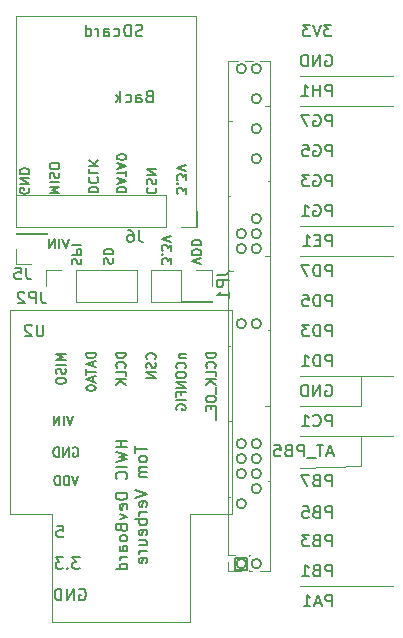
<source format=gbr>
G04 #@! TF.GenerationSoftware,KiCad,Pcbnew,(5.1.5-0)*
G04 #@! TF.CreationDate,2020-01-06T21:53:32-08:00*
G04 #@! TF.ProjectId,cisco_hwic_dev_board,63697363-6f5f-4687-9769-635f6465765f,rev?*
G04 #@! TF.SameCoordinates,Original*
G04 #@! TF.FileFunction,Legend,Bot*
G04 #@! TF.FilePolarity,Positive*
%FSLAX46Y46*%
G04 Gerber Fmt 4.6, Leading zero omitted, Abs format (unit mm)*
G04 Created by KiCad (PCBNEW (5.1.5-0)) date 2020-01-06 21:53:32*
%MOMM*%
%LPD*%
G04 APERTURE LIST*
%ADD10C,0.120000*%
%ADD11C,0.150000*%
G04 APERTURE END LIST*
D10*
X-526288000Y581025000D02*
X-534162000Y581025000D01*
X-526288000Y578485000D02*
X-534162000Y578485000D01*
X-526288000Y568325000D02*
X-534162000Y568325000D01*
X-526288000Y565785000D02*
X-534162000Y565785000D01*
X-528955000Y555625000D02*
X-534162000Y555625000D01*
X-528955000Y553085000D02*
X-534162000Y553085000D01*
X-528955000Y555625000D02*
X-528955000Y553085000D01*
X-526288000Y555625000D02*
X-528955000Y555625000D01*
X-528955000Y550545000D02*
X-534162000Y550545000D01*
X-528955000Y548005000D02*
X-534162000Y547878000D01*
X-528955000Y550545000D02*
X-528955000Y548005000D01*
X-526288000Y550545000D02*
X-528955000Y550545000D01*
X-526288000Y537845000D02*
X-534162000Y537845000D01*
D11*
X-531481357Y585382619D02*
X-532100404Y585382619D01*
X-531767071Y585001666D01*
X-531909928Y585001666D01*
X-532005166Y584954047D01*
X-532052785Y584906428D01*
X-532100404Y584811190D01*
X-532100404Y584573095D01*
X-532052785Y584477857D01*
X-532005166Y584430238D01*
X-531909928Y584382619D01*
X-531624214Y584382619D01*
X-531528976Y584430238D01*
X-531481357Y584477857D01*
X-532386119Y585382619D02*
X-532719452Y584382619D01*
X-533052785Y585382619D01*
X-533290880Y585382619D02*
X-533909928Y585382619D01*
X-533576595Y585001666D01*
X-533719452Y585001666D01*
X-533814690Y584954047D01*
X-533862309Y584906428D01*
X-533909928Y584811190D01*
X-533909928Y584573095D01*
X-533862309Y584477857D01*
X-533814690Y584430238D01*
X-533719452Y584382619D01*
X-533433738Y584382619D01*
X-533338500Y584430238D01*
X-533290880Y584477857D01*
X-531449595Y576762619D02*
X-531449595Y577762619D01*
X-531830547Y577762619D01*
X-531925785Y577715000D01*
X-531973404Y577667380D01*
X-532021023Y577572142D01*
X-532021023Y577429285D01*
X-531973404Y577334047D01*
X-531925785Y577286428D01*
X-531830547Y577238809D01*
X-531449595Y577238809D01*
X-532973404Y577715000D02*
X-532878166Y577762619D01*
X-532735309Y577762619D01*
X-532592452Y577715000D01*
X-532497214Y577619761D01*
X-532449595Y577524523D01*
X-532401976Y577334047D01*
X-532401976Y577191190D01*
X-532449595Y577000714D01*
X-532497214Y576905476D01*
X-532592452Y576810238D01*
X-532735309Y576762619D01*
X-532830547Y576762619D01*
X-532973404Y576810238D01*
X-533021023Y576857857D01*
X-533021023Y577191190D01*
X-532830547Y577191190D01*
X-533354357Y577762619D02*
X-534021023Y577762619D01*
X-533592452Y576762619D01*
X-531449595Y574222619D02*
X-531449595Y575222619D01*
X-531830547Y575222619D01*
X-531925785Y575175000D01*
X-531973404Y575127380D01*
X-532021023Y575032142D01*
X-532021023Y574889285D01*
X-531973404Y574794047D01*
X-531925785Y574746428D01*
X-531830547Y574698809D01*
X-531449595Y574698809D01*
X-532973404Y575175000D02*
X-532878166Y575222619D01*
X-532735309Y575222619D01*
X-532592452Y575175000D01*
X-532497214Y575079761D01*
X-532449595Y574984523D01*
X-532401976Y574794047D01*
X-532401976Y574651190D01*
X-532449595Y574460714D01*
X-532497214Y574365476D01*
X-532592452Y574270238D01*
X-532735309Y574222619D01*
X-532830547Y574222619D01*
X-532973404Y574270238D01*
X-533021023Y574317857D01*
X-533021023Y574651190D01*
X-532830547Y574651190D01*
X-533925785Y575222619D02*
X-533449595Y575222619D01*
X-533401976Y574746428D01*
X-533449595Y574794047D01*
X-533544833Y574841666D01*
X-533782928Y574841666D01*
X-533878166Y574794047D01*
X-533925785Y574746428D01*
X-533973404Y574651190D01*
X-533973404Y574413095D01*
X-533925785Y574317857D01*
X-533878166Y574270238D01*
X-533782928Y574222619D01*
X-533544833Y574222619D01*
X-533449595Y574270238D01*
X-533401976Y574317857D01*
X-531449595Y571682619D02*
X-531449595Y572682619D01*
X-531830547Y572682619D01*
X-531925785Y572635000D01*
X-531973404Y572587380D01*
X-532021023Y572492142D01*
X-532021023Y572349285D01*
X-531973404Y572254047D01*
X-531925785Y572206428D01*
X-531830547Y572158809D01*
X-531449595Y572158809D01*
X-532973404Y572635000D02*
X-532878166Y572682619D01*
X-532735309Y572682619D01*
X-532592452Y572635000D01*
X-532497214Y572539761D01*
X-532449595Y572444523D01*
X-532401976Y572254047D01*
X-532401976Y572111190D01*
X-532449595Y571920714D01*
X-532497214Y571825476D01*
X-532592452Y571730238D01*
X-532735309Y571682619D01*
X-532830547Y571682619D01*
X-532973404Y571730238D01*
X-533021023Y571777857D01*
X-533021023Y572111190D01*
X-532830547Y572111190D01*
X-533354357Y572682619D02*
X-533973404Y572682619D01*
X-533640071Y572301666D01*
X-533782928Y572301666D01*
X-533878166Y572254047D01*
X-533925785Y572206428D01*
X-533973404Y572111190D01*
X-533973404Y571873095D01*
X-533925785Y571777857D01*
X-533878166Y571730238D01*
X-533782928Y571682619D01*
X-533497214Y571682619D01*
X-533401976Y571730238D01*
X-533354357Y571777857D01*
X-531449595Y566602619D02*
X-531449595Y567602619D01*
X-531830547Y567602619D01*
X-531925785Y567555000D01*
X-531973404Y567507380D01*
X-532021023Y567412142D01*
X-532021023Y567269285D01*
X-531973404Y567174047D01*
X-531925785Y567126428D01*
X-531830547Y567078809D01*
X-531449595Y567078809D01*
X-532449595Y567126428D02*
X-532782928Y567126428D01*
X-532925785Y566602619D02*
X-532449595Y566602619D01*
X-532449595Y567602619D01*
X-532925785Y567602619D01*
X-533878166Y566602619D02*
X-533306738Y566602619D01*
X-533592452Y566602619D02*
X-533592452Y567602619D01*
X-533497214Y567459761D01*
X-533401976Y567364523D01*
X-533306738Y567316904D01*
X-531449595Y564062619D02*
X-531449595Y565062619D01*
X-531830547Y565062619D01*
X-531925785Y565015000D01*
X-531973404Y564967380D01*
X-532021023Y564872142D01*
X-532021023Y564729285D01*
X-531973404Y564634047D01*
X-531925785Y564586428D01*
X-531830547Y564538809D01*
X-531449595Y564538809D01*
X-532449595Y564062619D02*
X-532449595Y565062619D01*
X-532687690Y565062619D01*
X-532830547Y565015000D01*
X-532925785Y564919761D01*
X-532973404Y564824523D01*
X-533021023Y564634047D01*
X-533021023Y564491190D01*
X-532973404Y564300714D01*
X-532925785Y564205476D01*
X-532830547Y564110238D01*
X-532687690Y564062619D01*
X-532449595Y564062619D01*
X-533354357Y565062619D02*
X-534021023Y565062619D01*
X-533592452Y564062619D01*
X-531449595Y561522619D02*
X-531449595Y562522619D01*
X-531830547Y562522619D01*
X-531925785Y562475000D01*
X-531973404Y562427380D01*
X-532021023Y562332142D01*
X-532021023Y562189285D01*
X-531973404Y562094047D01*
X-531925785Y562046428D01*
X-531830547Y561998809D01*
X-531449595Y561998809D01*
X-532449595Y561522619D02*
X-532449595Y562522619D01*
X-532687690Y562522619D01*
X-532830547Y562475000D01*
X-532925785Y562379761D01*
X-532973404Y562284523D01*
X-533021023Y562094047D01*
X-533021023Y561951190D01*
X-532973404Y561760714D01*
X-532925785Y561665476D01*
X-532830547Y561570238D01*
X-532687690Y561522619D01*
X-532449595Y561522619D01*
X-533925785Y562522619D02*
X-533449595Y562522619D01*
X-533401976Y562046428D01*
X-533449595Y562094047D01*
X-533544833Y562141666D01*
X-533782928Y562141666D01*
X-533878166Y562094047D01*
X-533925785Y562046428D01*
X-533973404Y561951190D01*
X-533973404Y561713095D01*
X-533925785Y561617857D01*
X-533878166Y561570238D01*
X-533782928Y561522619D01*
X-533544833Y561522619D01*
X-533449595Y561570238D01*
X-533401976Y561617857D01*
X-531449595Y558982619D02*
X-531449595Y559982619D01*
X-531830547Y559982619D01*
X-531925785Y559935000D01*
X-531973404Y559887380D01*
X-532021023Y559792142D01*
X-532021023Y559649285D01*
X-531973404Y559554047D01*
X-531925785Y559506428D01*
X-531830547Y559458809D01*
X-531449595Y559458809D01*
X-532449595Y558982619D02*
X-532449595Y559982619D01*
X-532687690Y559982619D01*
X-532830547Y559935000D01*
X-532925785Y559839761D01*
X-532973404Y559744523D01*
X-533021023Y559554047D01*
X-533021023Y559411190D01*
X-532973404Y559220714D01*
X-532925785Y559125476D01*
X-532830547Y559030238D01*
X-532687690Y558982619D01*
X-532449595Y558982619D01*
X-533354357Y559982619D02*
X-533973404Y559982619D01*
X-533640071Y559601666D01*
X-533782928Y559601666D01*
X-533878166Y559554047D01*
X-533925785Y559506428D01*
X-533973404Y559411190D01*
X-533973404Y559173095D01*
X-533925785Y559077857D01*
X-533878166Y559030238D01*
X-533782928Y558982619D01*
X-533497214Y558982619D01*
X-533401976Y559030238D01*
X-533354357Y559077857D01*
X-531973404Y554855000D02*
X-531878166Y554902619D01*
X-531735309Y554902619D01*
X-531592452Y554855000D01*
X-531497214Y554759761D01*
X-531449595Y554664523D01*
X-531401976Y554474047D01*
X-531401976Y554331190D01*
X-531449595Y554140714D01*
X-531497214Y554045476D01*
X-531592452Y553950238D01*
X-531735309Y553902619D01*
X-531830547Y553902619D01*
X-531973404Y553950238D01*
X-532021023Y553997857D01*
X-532021023Y554331190D01*
X-531830547Y554331190D01*
X-532449595Y553902619D02*
X-532449595Y554902619D01*
X-533021023Y553902619D01*
X-533021023Y554902619D01*
X-533497214Y553902619D02*
X-533497214Y554902619D01*
X-533735309Y554902619D01*
X-533878166Y554855000D01*
X-533973404Y554759761D01*
X-534021023Y554664523D01*
X-534068642Y554474047D01*
X-534068642Y554331190D01*
X-534021023Y554140714D01*
X-533973404Y554045476D01*
X-533878166Y553950238D01*
X-533735309Y553902619D01*
X-533497214Y553902619D01*
X-531401976Y549108333D02*
X-531878166Y549108333D01*
X-531306738Y548822619D02*
X-531640071Y549822619D01*
X-531973404Y548822619D01*
X-532163880Y549822619D02*
X-532735309Y549822619D01*
X-532449595Y548822619D02*
X-532449595Y549822619D01*
X-532830547Y548727380D02*
X-533592452Y548727380D01*
X-533830547Y548822619D02*
X-533830547Y549822619D01*
X-534211500Y549822619D01*
X-534306738Y549775000D01*
X-534354357Y549727380D01*
X-534401976Y549632142D01*
X-534401976Y549489285D01*
X-534354357Y549394047D01*
X-534306738Y549346428D01*
X-534211500Y549298809D01*
X-533830547Y549298809D01*
X-535163880Y549346428D02*
X-535306738Y549298809D01*
X-535354357Y549251190D01*
X-535401976Y549155952D01*
X-535401976Y549013095D01*
X-535354357Y548917857D01*
X-535306738Y548870238D01*
X-535211500Y548822619D01*
X-534830547Y548822619D01*
X-534830547Y549822619D01*
X-535163880Y549822619D01*
X-535259119Y549775000D01*
X-535306738Y549727380D01*
X-535354357Y549632142D01*
X-535354357Y549536904D01*
X-535306738Y549441666D01*
X-535259119Y549394047D01*
X-535163880Y549346428D01*
X-534830547Y549346428D01*
X-536306738Y549822619D02*
X-535830547Y549822619D01*
X-535782928Y549346428D01*
X-535830547Y549394047D01*
X-535925785Y549441666D01*
X-536163880Y549441666D01*
X-536259119Y549394047D01*
X-536306738Y549346428D01*
X-536354357Y549251190D01*
X-536354357Y549013095D01*
X-536306738Y548917857D01*
X-536259119Y548870238D01*
X-536163880Y548822619D01*
X-535925785Y548822619D01*
X-535830547Y548870238D01*
X-535782928Y548917857D01*
X-531449595Y543615619D02*
X-531449595Y544615619D01*
X-531830547Y544615619D01*
X-531925785Y544568000D01*
X-531973404Y544520380D01*
X-532021023Y544425142D01*
X-532021023Y544282285D01*
X-531973404Y544187047D01*
X-531925785Y544139428D01*
X-531830547Y544091809D01*
X-531449595Y544091809D01*
X-532782928Y544139428D02*
X-532925785Y544091809D01*
X-532973404Y544044190D01*
X-533021023Y543948952D01*
X-533021023Y543806095D01*
X-532973404Y543710857D01*
X-532925785Y543663238D01*
X-532830547Y543615619D01*
X-532449595Y543615619D01*
X-532449595Y544615619D01*
X-532782928Y544615619D01*
X-532878166Y544568000D01*
X-532925785Y544520380D01*
X-532973404Y544425142D01*
X-532973404Y544329904D01*
X-532925785Y544234666D01*
X-532878166Y544187047D01*
X-532782928Y544139428D01*
X-532449595Y544139428D01*
X-533925785Y544615619D02*
X-533449595Y544615619D01*
X-533401976Y544139428D01*
X-533449595Y544187047D01*
X-533544833Y544234666D01*
X-533782928Y544234666D01*
X-533878166Y544187047D01*
X-533925785Y544139428D01*
X-533973404Y544044190D01*
X-533973404Y543806095D01*
X-533925785Y543710857D01*
X-533878166Y543663238D01*
X-533782928Y543615619D01*
X-533544833Y543615619D01*
X-533449595Y543663238D01*
X-533401976Y543710857D01*
X-531449595Y541202619D02*
X-531449595Y542202619D01*
X-531830547Y542202619D01*
X-531925785Y542155000D01*
X-531973404Y542107380D01*
X-532021023Y542012142D01*
X-532021023Y541869285D01*
X-531973404Y541774047D01*
X-531925785Y541726428D01*
X-531830547Y541678809D01*
X-531449595Y541678809D01*
X-532782928Y541726428D02*
X-532925785Y541678809D01*
X-532973404Y541631190D01*
X-533021023Y541535952D01*
X-533021023Y541393095D01*
X-532973404Y541297857D01*
X-532925785Y541250238D01*
X-532830547Y541202619D01*
X-532449595Y541202619D01*
X-532449595Y542202619D01*
X-532782928Y542202619D01*
X-532878166Y542155000D01*
X-532925785Y542107380D01*
X-532973404Y542012142D01*
X-532973404Y541916904D01*
X-532925785Y541821666D01*
X-532878166Y541774047D01*
X-532782928Y541726428D01*
X-532449595Y541726428D01*
X-533354357Y542202619D02*
X-533973404Y542202619D01*
X-533640071Y541821666D01*
X-533782928Y541821666D01*
X-533878166Y541774047D01*
X-533925785Y541726428D01*
X-533973404Y541631190D01*
X-533973404Y541393095D01*
X-533925785Y541297857D01*
X-533878166Y541250238D01*
X-533782928Y541202619D01*
X-533497214Y541202619D01*
X-533401976Y541250238D01*
X-533354357Y541297857D01*
X-531973404Y582795000D02*
X-531878166Y582842619D01*
X-531735309Y582842619D01*
X-531592452Y582795000D01*
X-531497214Y582699761D01*
X-531449595Y582604523D01*
X-531401976Y582414047D01*
X-531401976Y582271190D01*
X-531449595Y582080714D01*
X-531497214Y581985476D01*
X-531592452Y581890238D01*
X-531735309Y581842619D01*
X-531830547Y581842619D01*
X-531973404Y581890238D01*
X-532021023Y581937857D01*
X-532021023Y582271190D01*
X-531830547Y582271190D01*
X-532449595Y581842619D02*
X-532449595Y582842619D01*
X-533021023Y581842619D01*
X-533021023Y582842619D01*
X-533497214Y581842619D02*
X-533497214Y582842619D01*
X-533735309Y582842619D01*
X-533878166Y582795000D01*
X-533973404Y582699761D01*
X-534021023Y582604523D01*
X-534068642Y582414047D01*
X-534068642Y582271190D01*
X-534021023Y582080714D01*
X-533973404Y581985476D01*
X-533878166Y581890238D01*
X-533735309Y581842619D01*
X-533497214Y581842619D01*
X-531449595Y579302619D02*
X-531449595Y580302619D01*
X-531830547Y580302619D01*
X-531925785Y580255000D01*
X-531973404Y580207380D01*
X-532021023Y580112142D01*
X-532021023Y579969285D01*
X-531973404Y579874047D01*
X-531925785Y579826428D01*
X-531830547Y579778809D01*
X-531449595Y579778809D01*
X-532449595Y579302619D02*
X-532449595Y580302619D01*
X-532449595Y579826428D02*
X-533021023Y579826428D01*
X-533021023Y579302619D02*
X-533021023Y580302619D01*
X-534021023Y579302619D02*
X-533449595Y579302619D01*
X-533735309Y579302619D02*
X-533735309Y580302619D01*
X-533640071Y580159761D01*
X-533544833Y580064523D01*
X-533449595Y580016904D01*
X-531449595Y569142619D02*
X-531449595Y570142619D01*
X-531830547Y570142619D01*
X-531925785Y570095000D01*
X-531973404Y570047380D01*
X-532021023Y569952142D01*
X-532021023Y569809285D01*
X-531973404Y569714047D01*
X-531925785Y569666428D01*
X-531830547Y569618809D01*
X-531449595Y569618809D01*
X-532973404Y570095000D02*
X-532878166Y570142619D01*
X-532735309Y570142619D01*
X-532592452Y570095000D01*
X-532497214Y569999761D01*
X-532449595Y569904523D01*
X-532401976Y569714047D01*
X-532401976Y569571190D01*
X-532449595Y569380714D01*
X-532497214Y569285476D01*
X-532592452Y569190238D01*
X-532735309Y569142619D01*
X-532830547Y569142619D01*
X-532973404Y569190238D01*
X-533021023Y569237857D01*
X-533021023Y569571190D01*
X-532830547Y569571190D01*
X-533973404Y569142619D02*
X-533401976Y569142619D01*
X-533687690Y569142619D02*
X-533687690Y570142619D01*
X-533592452Y569999761D01*
X-533497214Y569904523D01*
X-533401976Y569856904D01*
X-531449595Y556442619D02*
X-531449595Y557442619D01*
X-531830547Y557442619D01*
X-531925785Y557395000D01*
X-531973404Y557347380D01*
X-532021023Y557252142D01*
X-532021023Y557109285D01*
X-531973404Y557014047D01*
X-531925785Y556966428D01*
X-531830547Y556918809D01*
X-531449595Y556918809D01*
X-532449595Y556442619D02*
X-532449595Y557442619D01*
X-532687690Y557442619D01*
X-532830547Y557395000D01*
X-532925785Y557299761D01*
X-532973404Y557204523D01*
X-533021023Y557014047D01*
X-533021023Y556871190D01*
X-532973404Y556680714D01*
X-532925785Y556585476D01*
X-532830547Y556490238D01*
X-532687690Y556442619D01*
X-532449595Y556442619D01*
X-533973404Y556442619D02*
X-533401976Y556442619D01*
X-533687690Y556442619D02*
X-533687690Y557442619D01*
X-533592452Y557299761D01*
X-533497214Y557204523D01*
X-533401976Y557156904D01*
X-531449595Y551362619D02*
X-531449595Y552362619D01*
X-531830547Y552362619D01*
X-531925785Y552315000D01*
X-531973404Y552267380D01*
X-532021023Y552172142D01*
X-532021023Y552029285D01*
X-531973404Y551934047D01*
X-531925785Y551886428D01*
X-531830547Y551838809D01*
X-531449595Y551838809D01*
X-533021023Y551457857D02*
X-532973404Y551410238D01*
X-532830547Y551362619D01*
X-532735309Y551362619D01*
X-532592452Y551410238D01*
X-532497214Y551505476D01*
X-532449595Y551600714D01*
X-532401976Y551791190D01*
X-532401976Y551934047D01*
X-532449595Y552124523D01*
X-532497214Y552219761D01*
X-532592452Y552315000D01*
X-532735309Y552362619D01*
X-532830547Y552362619D01*
X-532973404Y552315000D01*
X-533021023Y552267380D01*
X-533973404Y551362619D02*
X-533401976Y551362619D01*
X-533687690Y551362619D02*
X-533687690Y552362619D01*
X-533592452Y552219761D01*
X-533497214Y552124523D01*
X-533401976Y552076904D01*
X-531449595Y546282619D02*
X-531449595Y547282619D01*
X-531830547Y547282619D01*
X-531925785Y547235000D01*
X-531973404Y547187380D01*
X-532021023Y547092142D01*
X-532021023Y546949285D01*
X-531973404Y546854047D01*
X-531925785Y546806428D01*
X-531830547Y546758809D01*
X-531449595Y546758809D01*
X-532782928Y546806428D02*
X-532925785Y546758809D01*
X-532973404Y546711190D01*
X-533021023Y546615952D01*
X-533021023Y546473095D01*
X-532973404Y546377857D01*
X-532925785Y546330238D01*
X-532830547Y546282619D01*
X-532449595Y546282619D01*
X-532449595Y547282619D01*
X-532782928Y547282619D01*
X-532878166Y547235000D01*
X-532925785Y547187380D01*
X-532973404Y547092142D01*
X-532973404Y546996904D01*
X-532925785Y546901666D01*
X-532878166Y546854047D01*
X-532782928Y546806428D01*
X-532449595Y546806428D01*
X-533354357Y547282619D02*
X-534021023Y547282619D01*
X-533592452Y546282619D01*
X-531449595Y538662619D02*
X-531449595Y539662619D01*
X-531830547Y539662619D01*
X-531925785Y539615000D01*
X-531973404Y539567380D01*
X-532021023Y539472142D01*
X-532021023Y539329285D01*
X-531973404Y539234047D01*
X-531925785Y539186428D01*
X-531830547Y539138809D01*
X-531449595Y539138809D01*
X-532782928Y539186428D02*
X-532925785Y539138809D01*
X-532973404Y539091190D01*
X-533021023Y538995952D01*
X-533021023Y538853095D01*
X-532973404Y538757857D01*
X-532925785Y538710238D01*
X-532830547Y538662619D01*
X-532449595Y538662619D01*
X-532449595Y539662619D01*
X-532782928Y539662619D01*
X-532878166Y539615000D01*
X-532925785Y539567380D01*
X-532973404Y539472142D01*
X-532973404Y539376904D01*
X-532925785Y539281666D01*
X-532878166Y539234047D01*
X-532782928Y539186428D01*
X-532449595Y539186428D01*
X-533973404Y538662619D02*
X-533401976Y538662619D01*
X-533687690Y538662619D02*
X-533687690Y539662619D01*
X-533592452Y539519761D01*
X-533497214Y539424523D01*
X-533401976Y539376904D01*
X-531449595Y536122619D02*
X-531449595Y537122619D01*
X-531830547Y537122619D01*
X-531925785Y537075000D01*
X-531973404Y537027380D01*
X-532021023Y536932142D01*
X-532021023Y536789285D01*
X-531973404Y536694047D01*
X-531925785Y536646428D01*
X-531830547Y536598809D01*
X-531449595Y536598809D01*
X-532401976Y536408333D02*
X-532878166Y536408333D01*
X-532306738Y536122619D02*
X-532640071Y537122619D01*
X-532973404Y536122619D01*
X-533830547Y536122619D02*
X-533259119Y536122619D01*
X-533544833Y536122619D02*
X-533544833Y537122619D01*
X-533449595Y536979761D01*
X-533354357Y536884523D01*
X-533259119Y536836904D01*
X-553408809Y565092952D02*
X-553446904Y565207238D01*
X-553446904Y565397714D01*
X-553408809Y565473904D01*
X-553370714Y565512000D01*
X-553294523Y565550095D01*
X-553218333Y565550095D01*
X-553142142Y565512000D01*
X-553104047Y565473904D01*
X-553065952Y565397714D01*
X-553027857Y565245333D01*
X-552989761Y565169142D01*
X-552951666Y565131047D01*
X-552875476Y565092952D01*
X-552799285Y565092952D01*
X-552723095Y565131047D01*
X-552685000Y565169142D01*
X-552646904Y565245333D01*
X-552646904Y565435809D01*
X-552685000Y565550095D01*
X-553446904Y565892952D02*
X-552646904Y565892952D01*
X-552646904Y566197714D01*
X-552685000Y566273904D01*
X-552723095Y566312000D01*
X-552799285Y566350095D01*
X-552913571Y566350095D01*
X-552989761Y566312000D01*
X-553027857Y566273904D01*
X-553065952Y566197714D01*
X-553065952Y565892952D01*
X-553446904Y566692952D02*
X-552646904Y566692952D01*
X-545026904Y565112047D02*
X-545026904Y565607285D01*
X-545331666Y565340619D01*
X-545331666Y565454904D01*
X-545369761Y565531095D01*
X-545407857Y565569190D01*
X-545484047Y565607285D01*
X-545674523Y565607285D01*
X-545750714Y565569190D01*
X-545788809Y565531095D01*
X-545826904Y565454904D01*
X-545826904Y565226333D01*
X-545788809Y565150142D01*
X-545750714Y565112047D01*
X-545750714Y565950142D02*
X-545788809Y565988238D01*
X-545826904Y565950142D01*
X-545788809Y565912047D01*
X-545750714Y565950142D01*
X-545826904Y565950142D01*
X-545026904Y566254904D02*
X-545026904Y566750142D01*
X-545331666Y566483476D01*
X-545331666Y566597761D01*
X-545369761Y566673952D01*
X-545407857Y566712047D01*
X-545484047Y566750142D01*
X-545674523Y566750142D01*
X-545750714Y566712047D01*
X-545788809Y566673952D01*
X-545826904Y566597761D01*
X-545826904Y566369190D01*
X-545788809Y566293000D01*
X-545750714Y566254904D01*
X-545026904Y566978714D02*
X-545826904Y567245380D01*
X-545026904Y567512047D01*
X-542486904Y565099333D02*
X-543286904Y565366000D01*
X-542486904Y565632666D01*
X-543286904Y565899333D02*
X-542486904Y565899333D01*
X-542486904Y566089809D01*
X-542525000Y566204095D01*
X-542601190Y566280285D01*
X-542677380Y566318380D01*
X-542829761Y566356476D01*
X-542944047Y566356476D01*
X-543096428Y566318380D01*
X-543172619Y566280285D01*
X-543248809Y566204095D01*
X-543286904Y566089809D01*
X-543286904Y565899333D01*
X-543286904Y566699333D02*
X-542486904Y566699333D01*
X-542486904Y566889809D01*
X-542525000Y567004095D01*
X-542601190Y567080285D01*
X-542677380Y567118380D01*
X-542829761Y567156476D01*
X-542944047Y567156476D01*
X-543096428Y567118380D01*
X-543172619Y567080285D01*
X-543248809Y567004095D01*
X-543286904Y566889809D01*
X-543286904Y566699333D01*
X-553732809Y567239095D02*
X-553999476Y566439095D01*
X-554266142Y567239095D01*
X-554532809Y566439095D02*
X-554532809Y567239095D01*
X-554913761Y566439095D02*
X-554913761Y567239095D01*
X-555370904Y566439095D01*
X-555370904Y567239095D01*
X-552907333Y547173095D02*
X-553174000Y546373095D01*
X-553440666Y547173095D01*
X-553707333Y546373095D02*
X-553707333Y547173095D01*
X-553897809Y547173095D01*
X-554012095Y547135000D01*
X-554088285Y547058809D01*
X-554126380Y546982619D01*
X-554164476Y546830238D01*
X-554164476Y546715952D01*
X-554126380Y546563571D01*
X-554088285Y546487380D01*
X-554012095Y546411190D01*
X-553897809Y546373095D01*
X-553707333Y546373095D01*
X-554507333Y546373095D02*
X-554507333Y547173095D01*
X-554697809Y547173095D01*
X-554812095Y547135000D01*
X-554888285Y547058809D01*
X-554926380Y546982619D01*
X-554964476Y546830238D01*
X-554964476Y546715952D01*
X-554926380Y546563571D01*
X-554888285Y546487380D01*
X-554812095Y546411190D01*
X-554697809Y546373095D01*
X-554507333Y546373095D01*
X-553351809Y552253095D02*
X-553618476Y551453095D01*
X-553885142Y552253095D01*
X-554151809Y551453095D02*
X-554151809Y552253095D01*
X-554532761Y551453095D02*
X-554532761Y552253095D01*
X-554989904Y551453095D01*
X-554989904Y552253095D01*
X-553364476Y549548000D02*
X-553288285Y549586095D01*
X-553174000Y549586095D01*
X-553059714Y549548000D01*
X-552983523Y549471809D01*
X-552945428Y549395619D01*
X-552907333Y549243238D01*
X-552907333Y549128952D01*
X-552945428Y548976571D01*
X-552983523Y548900380D01*
X-553059714Y548824190D01*
X-553174000Y548786095D01*
X-553250190Y548786095D01*
X-553364476Y548824190D01*
X-553402571Y548862285D01*
X-553402571Y549128952D01*
X-553250190Y549128952D01*
X-553745428Y548786095D02*
X-553745428Y549586095D01*
X-554202571Y548786095D01*
X-554202571Y549586095D01*
X-554583523Y548786095D02*
X-554583523Y549586095D01*
X-554774000Y549586095D01*
X-554888285Y549548000D01*
X-554964476Y549471809D01*
X-555002571Y549395619D01*
X-555040666Y549243238D01*
X-555040666Y549128952D01*
X-555002571Y548976571D01*
X-554964476Y548900380D01*
X-554888285Y548824190D01*
X-554774000Y548786095D01*
X-554583523Y548786095D01*
X-546917714Y579318428D02*
X-547060571Y579270809D01*
X-547108190Y579223190D01*
X-547155809Y579127952D01*
X-547155809Y578985095D01*
X-547108190Y578889857D01*
X-547060571Y578842238D01*
X-546965333Y578794619D01*
X-546584380Y578794619D01*
X-546584380Y579794619D01*
X-546917714Y579794619D01*
X-547012952Y579747000D01*
X-547060571Y579699380D01*
X-547108190Y579604142D01*
X-547108190Y579508904D01*
X-547060571Y579413666D01*
X-547012952Y579366047D01*
X-546917714Y579318428D01*
X-546584380Y579318428D01*
X-548012952Y578794619D02*
X-548012952Y579318428D01*
X-547965333Y579413666D01*
X-547870095Y579461285D01*
X-547679619Y579461285D01*
X-547584380Y579413666D01*
X-548012952Y578842238D02*
X-547917714Y578794619D01*
X-547679619Y578794619D01*
X-547584380Y578842238D01*
X-547536761Y578937476D01*
X-547536761Y579032714D01*
X-547584380Y579127952D01*
X-547679619Y579175571D01*
X-547917714Y579175571D01*
X-548012952Y579223190D01*
X-548917714Y578842238D02*
X-548822476Y578794619D01*
X-548632000Y578794619D01*
X-548536761Y578842238D01*
X-548489142Y578889857D01*
X-548441523Y578985095D01*
X-548441523Y579270809D01*
X-548489142Y579366047D01*
X-548536761Y579413666D01*
X-548632000Y579461285D01*
X-548822476Y579461285D01*
X-548917714Y579413666D01*
X-549346285Y578794619D02*
X-549346285Y579794619D01*
X-549441523Y579175571D02*
X-549727238Y578794619D01*
X-549727238Y579461285D02*
X-549346285Y579080333D01*
X-541293095Y557586809D02*
X-542093095Y557586809D01*
X-542093095Y557396333D01*
X-542055000Y557282047D01*
X-541978809Y557205857D01*
X-541902619Y557167761D01*
X-541750238Y557129666D01*
X-541635952Y557129666D01*
X-541483571Y557167761D01*
X-541407380Y557205857D01*
X-541331190Y557282047D01*
X-541293095Y557396333D01*
X-541293095Y557586809D01*
X-541369285Y556329666D02*
X-541331190Y556367761D01*
X-541293095Y556482047D01*
X-541293095Y556558238D01*
X-541331190Y556672523D01*
X-541407380Y556748714D01*
X-541483571Y556786809D01*
X-541635952Y556824904D01*
X-541750238Y556824904D01*
X-541902619Y556786809D01*
X-541978809Y556748714D01*
X-542055000Y556672523D01*
X-542093095Y556558238D01*
X-542093095Y556482047D01*
X-542055000Y556367761D01*
X-542016904Y556329666D01*
X-541293095Y555605857D02*
X-541293095Y555986809D01*
X-542093095Y555986809D01*
X-541293095Y555339190D02*
X-542093095Y555339190D01*
X-541293095Y554882047D02*
X-541750238Y555224904D01*
X-542093095Y554882047D02*
X-541635952Y555339190D01*
X-541216904Y554729666D02*
X-541216904Y554120142D01*
X-542093095Y553777285D02*
X-542093095Y553624904D01*
X-542055000Y553548714D01*
X-541978809Y553472523D01*
X-541826428Y553434428D01*
X-541559761Y553434428D01*
X-541407380Y553472523D01*
X-541331190Y553548714D01*
X-541293095Y553624904D01*
X-541293095Y553777285D01*
X-541331190Y553853476D01*
X-541407380Y553929666D01*
X-541559761Y553967761D01*
X-541826428Y553967761D01*
X-541978809Y553929666D01*
X-542055000Y553853476D01*
X-542093095Y553777285D01*
X-541712142Y553091571D02*
X-541712142Y552824904D01*
X-541293095Y552710619D02*
X-541293095Y553091571D01*
X-542093095Y553091571D01*
X-542093095Y552710619D01*
X-541216904Y552558238D02*
X-541216904Y551948714D01*
X-544366428Y557459857D02*
X-543833095Y557459857D01*
X-544290238Y557459857D02*
X-544328333Y557421761D01*
X-544366428Y557345571D01*
X-544366428Y557231285D01*
X-544328333Y557155095D01*
X-544252142Y557117000D01*
X-543833095Y557117000D01*
X-543909285Y556278904D02*
X-543871190Y556317000D01*
X-543833095Y556431285D01*
X-543833095Y556507476D01*
X-543871190Y556621761D01*
X-543947380Y556697952D01*
X-544023571Y556736047D01*
X-544175952Y556774142D01*
X-544290238Y556774142D01*
X-544442619Y556736047D01*
X-544518809Y556697952D01*
X-544595000Y556621761D01*
X-544633095Y556507476D01*
X-544633095Y556431285D01*
X-544595000Y556317000D01*
X-544556904Y556278904D01*
X-544633095Y555783666D02*
X-544633095Y555631285D01*
X-544595000Y555555095D01*
X-544518809Y555478904D01*
X-544366428Y555440809D01*
X-544099761Y555440809D01*
X-543947380Y555478904D01*
X-543871190Y555555095D01*
X-543833095Y555631285D01*
X-543833095Y555783666D01*
X-543871190Y555859857D01*
X-543947380Y555936047D01*
X-544099761Y555974142D01*
X-544366428Y555974142D01*
X-544518809Y555936047D01*
X-544595000Y555859857D01*
X-544633095Y555783666D01*
X-543833095Y555097952D02*
X-544633095Y555097952D01*
X-543833095Y554640809D01*
X-544633095Y554640809D01*
X-544252142Y553993190D02*
X-544252142Y554259857D01*
X-543833095Y554259857D02*
X-544633095Y554259857D01*
X-544633095Y553878904D01*
X-543833095Y553574142D02*
X-544633095Y553574142D01*
X-544595000Y552774142D02*
X-544633095Y552850333D01*
X-544633095Y552964619D01*
X-544595000Y553078904D01*
X-544518809Y553155095D01*
X-544442619Y553193190D01*
X-544290238Y553231285D01*
X-544175952Y553231285D01*
X-544023571Y553193190D01*
X-543947380Y553155095D01*
X-543871190Y553078904D01*
X-543833095Y552964619D01*
X-543833095Y552888428D01*
X-543871190Y552774142D01*
X-543909285Y552736047D01*
X-544175952Y552736047D01*
X-544175952Y552888428D01*
X-546449285Y557066380D02*
X-546411190Y557104476D01*
X-546373095Y557218761D01*
X-546373095Y557294952D01*
X-546411190Y557409238D01*
X-546487380Y557485428D01*
X-546563571Y557523523D01*
X-546715952Y557561619D01*
X-546830238Y557561619D01*
X-546982619Y557523523D01*
X-547058809Y557485428D01*
X-547135000Y557409238D01*
X-547173095Y557294952D01*
X-547173095Y557218761D01*
X-547135000Y557104476D01*
X-547096904Y557066380D01*
X-546411190Y556761619D02*
X-546373095Y556647333D01*
X-546373095Y556456857D01*
X-546411190Y556380666D01*
X-546449285Y556342571D01*
X-546525476Y556304476D01*
X-546601666Y556304476D01*
X-546677857Y556342571D01*
X-546715952Y556380666D01*
X-546754047Y556456857D01*
X-546792142Y556609238D01*
X-546830238Y556685428D01*
X-546868333Y556723523D01*
X-546944523Y556761619D01*
X-547020714Y556761619D01*
X-547096904Y556723523D01*
X-547135000Y556685428D01*
X-547173095Y556609238D01*
X-547173095Y556418761D01*
X-547135000Y556304476D01*
X-546373095Y555961619D02*
X-547173095Y555961619D01*
X-546373095Y555504476D01*
X-547173095Y555504476D01*
X-548913095Y557593333D02*
X-549713095Y557593333D01*
X-549713095Y557402857D01*
X-549675000Y557288571D01*
X-549598809Y557212380D01*
X-549522619Y557174285D01*
X-549370238Y557136190D01*
X-549255952Y557136190D01*
X-549103571Y557174285D01*
X-549027380Y557212380D01*
X-548951190Y557288571D01*
X-548913095Y557402857D01*
X-548913095Y557593333D01*
X-548989285Y556336190D02*
X-548951190Y556374285D01*
X-548913095Y556488571D01*
X-548913095Y556564761D01*
X-548951190Y556679047D01*
X-549027380Y556755238D01*
X-549103571Y556793333D01*
X-549255952Y556831428D01*
X-549370238Y556831428D01*
X-549522619Y556793333D01*
X-549598809Y556755238D01*
X-549675000Y556679047D01*
X-549713095Y556564761D01*
X-549713095Y556488571D01*
X-549675000Y556374285D01*
X-549636904Y556336190D01*
X-548913095Y555612380D02*
X-548913095Y555993333D01*
X-549713095Y555993333D01*
X-548913095Y555345714D02*
X-549713095Y555345714D01*
X-548913095Y554888571D02*
X-549370238Y555231428D01*
X-549713095Y554888571D02*
X-549255952Y555345714D01*
X-551453095Y557586952D02*
X-552253095Y557586952D01*
X-552253095Y557396476D01*
X-552215000Y557282190D01*
X-552138809Y557206000D01*
X-552062619Y557167904D01*
X-551910238Y557129809D01*
X-551795952Y557129809D01*
X-551643571Y557167904D01*
X-551567380Y557206000D01*
X-551491190Y557282190D01*
X-551453095Y557396476D01*
X-551453095Y557586952D01*
X-551681666Y556825047D02*
X-551681666Y556444095D01*
X-551453095Y556901238D02*
X-552253095Y556634571D01*
X-551453095Y556367904D01*
X-552253095Y556215523D02*
X-552253095Y555758380D01*
X-551453095Y555986952D02*
X-552253095Y555986952D01*
X-551681666Y555529809D02*
X-551681666Y555148857D01*
X-551453095Y555606000D02*
X-552253095Y555339333D01*
X-551453095Y555072666D01*
X-552253095Y554653619D02*
X-552253095Y554577428D01*
X-552215000Y554501238D01*
X-552176904Y554463142D01*
X-552100714Y554425047D01*
X-551948333Y554386952D01*
X-551757857Y554386952D01*
X-551605476Y554425047D01*
X-551529285Y554463142D01*
X-551491190Y554501238D01*
X-551453095Y554577428D01*
X-551453095Y554653619D01*
X-551491190Y554729809D01*
X-551529285Y554767904D01*
X-551605476Y554806000D01*
X-551757857Y554844095D01*
X-551948333Y554844095D01*
X-552100714Y554806000D01*
X-552176904Y554767904D01*
X-552215000Y554729809D01*
X-552253095Y554653619D01*
X-553993095Y557517142D02*
X-554793095Y557517142D01*
X-554221666Y557250476D01*
X-554793095Y556983809D01*
X-553993095Y556983809D01*
X-553993095Y556602857D02*
X-554793095Y556602857D01*
X-554031190Y556260000D02*
X-553993095Y556145714D01*
X-553993095Y555955238D01*
X-554031190Y555879047D01*
X-554069285Y555840952D01*
X-554145476Y555802857D01*
X-554221666Y555802857D01*
X-554297857Y555840952D01*
X-554335952Y555879047D01*
X-554374047Y555955238D01*
X-554412142Y556107619D01*
X-554450238Y556183809D01*
X-554488333Y556221904D01*
X-554564523Y556260000D01*
X-554640714Y556260000D01*
X-554716904Y556221904D01*
X-554755000Y556183809D01*
X-554793095Y556107619D01*
X-554793095Y555917142D01*
X-554755000Y555802857D01*
X-554793095Y555307619D02*
X-554793095Y555155238D01*
X-554755000Y555079047D01*
X-554678809Y555002857D01*
X-554526428Y554964761D01*
X-554259761Y554964761D01*
X-554107380Y555002857D01*
X-554031190Y555079047D01*
X-553993095Y555155238D01*
X-553993095Y555307619D01*
X-554031190Y555383809D01*
X-554107380Y555460000D01*
X-554259761Y555498095D01*
X-554526428Y555498095D01*
X-554678809Y555460000D01*
X-554755000Y555383809D01*
X-554793095Y555307619D01*
X-557130000Y571525476D02*
X-557091904Y571449285D01*
X-557091904Y571335000D01*
X-557130000Y571220714D01*
X-557206190Y571144523D01*
X-557282380Y571106428D01*
X-557434761Y571068333D01*
X-557549047Y571068333D01*
X-557701428Y571106428D01*
X-557777619Y571144523D01*
X-557853809Y571220714D01*
X-557891904Y571335000D01*
X-557891904Y571411190D01*
X-557853809Y571525476D01*
X-557815714Y571563571D01*
X-557549047Y571563571D01*
X-557549047Y571411190D01*
X-557891904Y571906428D02*
X-557091904Y571906428D01*
X-557891904Y572363571D01*
X-557091904Y572363571D01*
X-557891904Y572744523D02*
X-557091904Y572744523D01*
X-557091904Y572935000D01*
X-557130000Y573049285D01*
X-557206190Y573125476D01*
X-557282380Y573163571D01*
X-557434761Y573201666D01*
X-557549047Y573201666D01*
X-557701428Y573163571D01*
X-557777619Y573125476D01*
X-557853809Y573049285D01*
X-557891904Y572935000D01*
X-557891904Y572744523D01*
X-555351904Y571131857D02*
X-554551904Y571131857D01*
X-555123333Y571398523D01*
X-554551904Y571665190D01*
X-555351904Y571665190D01*
X-555351904Y572046142D02*
X-554551904Y572046142D01*
X-555313809Y572389000D02*
X-555351904Y572503285D01*
X-555351904Y572693761D01*
X-555313809Y572769952D01*
X-555275714Y572808047D01*
X-555199523Y572846142D01*
X-555123333Y572846142D01*
X-555047142Y572808047D01*
X-555009047Y572769952D01*
X-554970952Y572693761D01*
X-554932857Y572541380D01*
X-554894761Y572465190D01*
X-554856666Y572427095D01*
X-554780476Y572389000D01*
X-554704285Y572389000D01*
X-554628095Y572427095D01*
X-554590000Y572465190D01*
X-554551904Y572541380D01*
X-554551904Y572731857D01*
X-554590000Y572846142D01*
X-554551904Y573341380D02*
X-554551904Y573493761D01*
X-554590000Y573569952D01*
X-554666190Y573646142D01*
X-554818571Y573684238D01*
X-555085238Y573684238D01*
X-555237619Y573646142D01*
X-555313809Y573569952D01*
X-555351904Y573493761D01*
X-555351904Y573341380D01*
X-555313809Y573265190D01*
X-555237619Y573189000D01*
X-555085238Y573150904D01*
X-554818571Y573150904D01*
X-554666190Y573189000D01*
X-554590000Y573265190D01*
X-554551904Y573341380D01*
X-552049904Y571182666D02*
X-551249904Y571182666D01*
X-551249904Y571373142D01*
X-551288000Y571487428D01*
X-551364190Y571563619D01*
X-551440380Y571601714D01*
X-551592761Y571639809D01*
X-551707047Y571639809D01*
X-551859428Y571601714D01*
X-551935619Y571563619D01*
X-552011809Y571487428D01*
X-552049904Y571373142D01*
X-552049904Y571182666D01*
X-551973714Y572439809D02*
X-552011809Y572401714D01*
X-552049904Y572287428D01*
X-552049904Y572211238D01*
X-552011809Y572096952D01*
X-551935619Y572020761D01*
X-551859428Y571982666D01*
X-551707047Y571944571D01*
X-551592761Y571944571D01*
X-551440380Y571982666D01*
X-551364190Y572020761D01*
X-551288000Y572096952D01*
X-551249904Y572211238D01*
X-551249904Y572287428D01*
X-551288000Y572401714D01*
X-551326095Y572439809D01*
X-552049904Y573163619D02*
X-552049904Y572782666D01*
X-551249904Y572782666D01*
X-552049904Y573430285D02*
X-551249904Y573430285D01*
X-552049904Y573887428D02*
X-551592761Y573544571D01*
X-551249904Y573887428D02*
X-551707047Y573430285D01*
X-549636904Y571189047D02*
X-548836904Y571189047D01*
X-548836904Y571379523D01*
X-548875000Y571493809D01*
X-548951190Y571570000D01*
X-549027380Y571608095D01*
X-549179761Y571646190D01*
X-549294047Y571646190D01*
X-549446428Y571608095D01*
X-549522619Y571570000D01*
X-549598809Y571493809D01*
X-549636904Y571379523D01*
X-549636904Y571189047D01*
X-549408333Y571950952D02*
X-549408333Y572331904D01*
X-549636904Y571874761D02*
X-548836904Y572141428D01*
X-549636904Y572408095D01*
X-548836904Y572560476D02*
X-548836904Y573017619D01*
X-549636904Y572789047D02*
X-548836904Y572789047D01*
X-549408333Y573246190D02*
X-549408333Y573627142D01*
X-549636904Y573170000D02*
X-548836904Y573436666D01*
X-549636904Y573703333D01*
X-548836904Y574122380D02*
X-548836904Y574198571D01*
X-548875000Y574274761D01*
X-548913095Y574312857D01*
X-548989285Y574350952D01*
X-549141666Y574389047D01*
X-549332142Y574389047D01*
X-549484523Y574350952D01*
X-549560714Y574312857D01*
X-549598809Y574274761D01*
X-549636904Y574198571D01*
X-549636904Y574122380D01*
X-549598809Y574046190D01*
X-549560714Y574008095D01*
X-549484523Y573970000D01*
X-549332142Y573931904D01*
X-549141666Y573931904D01*
X-548989285Y573970000D01*
X-548913095Y574008095D01*
X-548875000Y574046190D01*
X-548836904Y574122380D01*
X-547020714Y571582619D02*
X-547058809Y571544523D01*
X-547096904Y571430238D01*
X-547096904Y571354047D01*
X-547058809Y571239761D01*
X-546982619Y571163571D01*
X-546906428Y571125476D01*
X-546754047Y571087380D01*
X-546639761Y571087380D01*
X-546487380Y571125476D01*
X-546411190Y571163571D01*
X-546335000Y571239761D01*
X-546296904Y571354047D01*
X-546296904Y571430238D01*
X-546335000Y571544523D01*
X-546373095Y571582619D01*
X-547058809Y571887380D02*
X-547096904Y572001666D01*
X-547096904Y572192142D01*
X-547058809Y572268333D01*
X-547020714Y572306428D01*
X-546944523Y572344523D01*
X-546868333Y572344523D01*
X-546792142Y572306428D01*
X-546754047Y572268333D01*
X-546715952Y572192142D01*
X-546677857Y572039761D01*
X-546639761Y571963571D01*
X-546601666Y571925476D01*
X-546525476Y571887380D01*
X-546449285Y571887380D01*
X-546373095Y571925476D01*
X-546335000Y571963571D01*
X-546296904Y572039761D01*
X-546296904Y572230238D01*
X-546335000Y572344523D01*
X-547096904Y572687380D02*
X-546296904Y572687380D01*
X-547096904Y573144523D01*
X-546296904Y573144523D01*
X-543756904Y571081047D02*
X-543756904Y571576285D01*
X-544061666Y571309619D01*
X-544061666Y571423904D01*
X-544099761Y571500095D01*
X-544137857Y571538190D01*
X-544214047Y571576285D01*
X-544404523Y571576285D01*
X-544480714Y571538190D01*
X-544518809Y571500095D01*
X-544556904Y571423904D01*
X-544556904Y571195333D01*
X-544518809Y571119142D01*
X-544480714Y571081047D01*
X-544480714Y571919142D02*
X-544518809Y571957238D01*
X-544556904Y571919142D01*
X-544518809Y571881047D01*
X-544480714Y571919142D01*
X-544556904Y571919142D01*
X-543756904Y572223904D02*
X-543756904Y572719142D01*
X-544061666Y572452476D01*
X-544061666Y572566761D01*
X-544099761Y572642952D01*
X-544137857Y572681047D01*
X-544214047Y572719142D01*
X-544404523Y572719142D01*
X-544480714Y572681047D01*
X-544518809Y572642952D01*
X-544556904Y572566761D01*
X-544556904Y572338190D01*
X-544518809Y572262000D01*
X-544480714Y572223904D01*
X-543756904Y572947714D02*
X-544556904Y573214380D01*
X-543756904Y573481047D01*
X-550741809Y565156428D02*
X-550779904Y565270714D01*
X-550779904Y565461190D01*
X-550741809Y565537380D01*
X-550703714Y565575476D01*
X-550627523Y565613571D01*
X-550551333Y565613571D01*
X-550475142Y565575476D01*
X-550437047Y565537380D01*
X-550398952Y565461190D01*
X-550360857Y565308809D01*
X-550322761Y565232619D01*
X-550284666Y565194523D01*
X-550208476Y565156428D01*
X-550132285Y565156428D01*
X-550056095Y565194523D01*
X-550018000Y565232619D01*
X-549979904Y565308809D01*
X-549979904Y565499285D01*
X-550018000Y565613571D01*
X-550779904Y565956428D02*
X-549979904Y565956428D01*
X-549979904Y566146904D01*
X-550018000Y566261190D01*
X-550094190Y566337380D01*
X-550170380Y566375476D01*
X-550322761Y566413571D01*
X-550437047Y566413571D01*
X-550589428Y566375476D01*
X-550665619Y566337380D01*
X-550741809Y566261190D01*
X-550779904Y566146904D01*
X-550779904Y565956428D01*
X-554720095Y542964619D02*
X-554243904Y542964619D01*
X-554196285Y542488428D01*
X-554243904Y542536047D01*
X-554339142Y542583666D01*
X-554577238Y542583666D01*
X-554672476Y542536047D01*
X-554720095Y542488428D01*
X-554767714Y542393190D01*
X-554767714Y542155095D01*
X-554720095Y542059857D01*
X-554672476Y542012238D01*
X-554577238Y541964619D01*
X-554339142Y541964619D01*
X-554243904Y542012238D01*
X-554196285Y542059857D01*
X-552799380Y540297619D02*
X-553418428Y540297619D01*
X-553085095Y539916666D01*
X-553227952Y539916666D01*
X-553323190Y539869047D01*
X-553370809Y539821428D01*
X-553418428Y539726190D01*
X-553418428Y539488095D01*
X-553370809Y539392857D01*
X-553323190Y539345238D01*
X-553227952Y539297619D01*
X-552942238Y539297619D01*
X-552847000Y539345238D01*
X-552799380Y539392857D01*
X-553847000Y539392857D02*
X-553894619Y539345238D01*
X-553847000Y539297619D01*
X-553799380Y539345238D01*
X-553847000Y539392857D01*
X-553847000Y539297619D01*
X-554227952Y540297619D02*
X-554847000Y540297619D01*
X-554513666Y539916666D01*
X-554656523Y539916666D01*
X-554751761Y539869047D01*
X-554799380Y539821428D01*
X-554847000Y539726190D01*
X-554847000Y539488095D01*
X-554799380Y539392857D01*
X-554751761Y539345238D01*
X-554656523Y539297619D01*
X-554370809Y539297619D01*
X-554275571Y539345238D01*
X-554227952Y539392857D01*
X-552831095Y537583000D02*
X-552735857Y537630619D01*
X-552593000Y537630619D01*
X-552450142Y537583000D01*
X-552354904Y537487761D01*
X-552307285Y537392523D01*
X-552259666Y537202047D01*
X-552259666Y537059190D01*
X-552307285Y536868714D01*
X-552354904Y536773476D01*
X-552450142Y536678238D01*
X-552593000Y536630619D01*
X-552688238Y536630619D01*
X-552831095Y536678238D01*
X-552878714Y536725857D01*
X-552878714Y537059190D01*
X-552688238Y537059190D01*
X-553307285Y536630619D02*
X-553307285Y537630619D01*
X-553878714Y536630619D01*
X-553878714Y537630619D01*
X-554354904Y536630619D02*
X-554354904Y537630619D01*
X-554593000Y537630619D01*
X-554735857Y537583000D01*
X-554831095Y537487761D01*
X-554878714Y537392523D01*
X-554926333Y537202047D01*
X-554926333Y537059190D01*
X-554878714Y536868714D01*
X-554831095Y536773476D01*
X-554735857Y536678238D01*
X-554593000Y536630619D01*
X-554354904Y536630619D01*
X-547481428Y584430238D02*
X-547624285Y584382619D01*
X-547862380Y584382619D01*
X-547957619Y584430238D01*
X-548005238Y584477857D01*
X-548052857Y584573095D01*
X-548052857Y584668333D01*
X-548005238Y584763571D01*
X-547957619Y584811190D01*
X-547862380Y584858809D01*
X-547671904Y584906428D01*
X-547576666Y584954047D01*
X-547529047Y585001666D01*
X-547481428Y585096904D01*
X-547481428Y585192142D01*
X-547529047Y585287380D01*
X-547576666Y585335000D01*
X-547671904Y585382619D01*
X-547910000Y585382619D01*
X-548052857Y585335000D01*
X-548481428Y584382619D02*
X-548481428Y585382619D01*
X-548719523Y585382619D01*
X-548862380Y585335000D01*
X-548957619Y585239761D01*
X-549005238Y585144523D01*
X-549052857Y584954047D01*
X-549052857Y584811190D01*
X-549005238Y584620714D01*
X-548957619Y584525476D01*
X-548862380Y584430238D01*
X-548719523Y584382619D01*
X-548481428Y584382619D01*
X-549910000Y584430238D02*
X-549814761Y584382619D01*
X-549624285Y584382619D01*
X-549529047Y584430238D01*
X-549481428Y584477857D01*
X-549433809Y584573095D01*
X-549433809Y584858809D01*
X-549481428Y584954047D01*
X-549529047Y585001666D01*
X-549624285Y585049285D01*
X-549814761Y585049285D01*
X-549910000Y585001666D01*
X-550767142Y584382619D02*
X-550767142Y584906428D01*
X-550719523Y585001666D01*
X-550624285Y585049285D01*
X-550433809Y585049285D01*
X-550338571Y585001666D01*
X-550767142Y584430238D02*
X-550671904Y584382619D01*
X-550433809Y584382619D01*
X-550338571Y584430238D01*
X-550290952Y584525476D01*
X-550290952Y584620714D01*
X-550338571Y584715952D01*
X-550433809Y584763571D01*
X-550671904Y584763571D01*
X-550767142Y584811190D01*
X-551243333Y584382619D02*
X-551243333Y585049285D01*
X-551243333Y584858809D02*
X-551290952Y584954047D01*
X-551338571Y585001666D01*
X-551433809Y585049285D01*
X-551529047Y585049285D01*
X-552290952Y584382619D02*
X-552290952Y585382619D01*
X-552290952Y584430238D02*
X-552195714Y584382619D01*
X-552005238Y584382619D01*
X-551910000Y584430238D01*
X-551862380Y584477857D01*
X-551814761Y584573095D01*
X-551814761Y584858809D01*
X-551862380Y584954047D01*
X-551910000Y585001666D01*
X-552005238Y585049285D01*
X-552195714Y585049285D01*
X-552290952Y585001666D01*
D10*
X-542925000Y568325000D02*
X-542925000Y586105000D01*
X-558165000Y586105000D02*
X-542925000Y586105000D01*
X-558165000Y586105000D02*
X-558165000Y568325000D01*
D11*
X-548758619Y550155380D02*
X-549758619Y550155380D01*
X-549282428Y550155380D02*
X-549282428Y549583952D01*
X-548758619Y549583952D02*
X-549758619Y549583952D01*
X-549758619Y549203000D02*
X-548758619Y548964904D01*
X-549472904Y548774428D01*
X-548758619Y548583952D01*
X-549758619Y548345857D01*
X-548758619Y547964904D02*
X-549758619Y547964904D01*
X-548853857Y546917285D02*
X-548806238Y546964904D01*
X-548758619Y547107761D01*
X-548758619Y547203000D01*
X-548806238Y547345857D01*
X-548901476Y547441095D01*
X-548996714Y547488714D01*
X-549187190Y547536333D01*
X-549330047Y547536333D01*
X-549520523Y547488714D01*
X-549615761Y547441095D01*
X-549711000Y547345857D01*
X-549758619Y547203000D01*
X-549758619Y547107761D01*
X-549711000Y546964904D01*
X-549663380Y546917285D01*
X-548758619Y545726809D02*
X-549758619Y545726809D01*
X-549758619Y545488714D01*
X-549711000Y545345857D01*
X-549615761Y545250619D01*
X-549520523Y545203000D01*
X-549330047Y545155380D01*
X-549187190Y545155380D01*
X-548996714Y545203000D01*
X-548901476Y545250619D01*
X-548806238Y545345857D01*
X-548758619Y545488714D01*
X-548758619Y545726809D01*
X-548806238Y544345857D02*
X-548758619Y544441095D01*
X-548758619Y544631571D01*
X-548806238Y544726809D01*
X-548901476Y544774428D01*
X-549282428Y544774428D01*
X-549377666Y544726809D01*
X-549425285Y544631571D01*
X-549425285Y544441095D01*
X-549377666Y544345857D01*
X-549282428Y544298238D01*
X-549187190Y544298238D01*
X-549091952Y544774428D01*
X-549425285Y543964904D02*
X-548758619Y543726809D01*
X-549425285Y543488714D01*
X-549282428Y542774428D02*
X-549234809Y542631571D01*
X-549187190Y542583952D01*
X-549091952Y542536333D01*
X-548949095Y542536333D01*
X-548853857Y542583952D01*
X-548806238Y542631571D01*
X-548758619Y542726809D01*
X-548758619Y543107761D01*
X-549758619Y543107761D01*
X-549758619Y542774428D01*
X-549711000Y542679190D01*
X-549663380Y542631571D01*
X-549568142Y542583952D01*
X-549472904Y542583952D01*
X-549377666Y542631571D01*
X-549330047Y542679190D01*
X-549282428Y542774428D01*
X-549282428Y543107761D01*
X-548758619Y541964904D02*
X-548806238Y542060142D01*
X-548853857Y542107761D01*
X-548949095Y542155380D01*
X-549234809Y542155380D01*
X-549330047Y542107761D01*
X-549377666Y542060142D01*
X-549425285Y541964904D01*
X-549425285Y541822047D01*
X-549377666Y541726809D01*
X-549330047Y541679190D01*
X-549234809Y541631571D01*
X-548949095Y541631571D01*
X-548853857Y541679190D01*
X-548806238Y541726809D01*
X-548758619Y541822047D01*
X-548758619Y541964904D01*
X-548758619Y540774428D02*
X-549282428Y540774428D01*
X-549377666Y540822047D01*
X-549425285Y540917285D01*
X-549425285Y541107761D01*
X-549377666Y541203000D01*
X-548806238Y540774428D02*
X-548758619Y540869666D01*
X-548758619Y541107761D01*
X-548806238Y541203000D01*
X-548901476Y541250619D01*
X-548996714Y541250619D01*
X-549091952Y541203000D01*
X-549139571Y541107761D01*
X-549139571Y540869666D01*
X-549187190Y540774428D01*
X-548758619Y540298238D02*
X-549425285Y540298238D01*
X-549234809Y540298238D02*
X-549330047Y540250619D01*
X-549377666Y540203000D01*
X-549425285Y540107761D01*
X-549425285Y540012523D01*
X-548758619Y539250619D02*
X-549758619Y539250619D01*
X-548806238Y539250619D02*
X-548758619Y539345857D01*
X-548758619Y539536333D01*
X-548806238Y539631571D01*
X-548853857Y539679190D01*
X-548949095Y539726809D01*
X-549234809Y539726809D01*
X-549330047Y539679190D01*
X-549377666Y539631571D01*
X-549425285Y539536333D01*
X-549425285Y539345857D01*
X-549377666Y539250619D01*
X-548108619Y549726809D02*
X-548108619Y549155380D01*
X-547108619Y549441095D02*
X-548108619Y549441095D01*
X-547108619Y548679190D02*
X-547156238Y548774428D01*
X-547203857Y548822047D01*
X-547299095Y548869666D01*
X-547584809Y548869666D01*
X-547680047Y548822047D01*
X-547727666Y548774428D01*
X-547775285Y548679190D01*
X-547775285Y548536333D01*
X-547727666Y548441095D01*
X-547680047Y548393476D01*
X-547584809Y548345857D01*
X-547299095Y548345857D01*
X-547203857Y548393476D01*
X-547156238Y548441095D01*
X-547108619Y548536333D01*
X-547108619Y548679190D01*
X-547108619Y547917285D02*
X-547775285Y547917285D01*
X-547680047Y547917285D02*
X-547727666Y547869666D01*
X-547775285Y547774428D01*
X-547775285Y547631571D01*
X-547727666Y547536333D01*
X-547632428Y547488714D01*
X-547108619Y547488714D01*
X-547632428Y547488714D02*
X-547727666Y547441095D01*
X-547775285Y547345857D01*
X-547775285Y547203000D01*
X-547727666Y547107761D01*
X-547632428Y547060142D01*
X-547108619Y547060142D01*
X-548108619Y545964904D02*
X-547108619Y545631571D01*
X-548108619Y545298238D01*
X-547156238Y544583952D02*
X-547108619Y544679190D01*
X-547108619Y544869666D01*
X-547156238Y544964904D01*
X-547251476Y545012523D01*
X-547632428Y545012523D01*
X-547727666Y544964904D01*
X-547775285Y544869666D01*
X-547775285Y544679190D01*
X-547727666Y544583952D01*
X-547632428Y544536333D01*
X-547537190Y544536333D01*
X-547441952Y545012523D01*
X-547108619Y544107761D02*
X-547775285Y544107761D01*
X-547584809Y544107761D02*
X-547680047Y544060142D01*
X-547727666Y544012523D01*
X-547775285Y543917285D01*
X-547775285Y543822047D01*
X-547108619Y543488714D02*
X-548108619Y543488714D01*
X-547727666Y543488714D02*
X-547775285Y543393476D01*
X-547775285Y543203000D01*
X-547727666Y543107761D01*
X-547680047Y543060142D01*
X-547584809Y543012523D01*
X-547299095Y543012523D01*
X-547203857Y543060142D01*
X-547156238Y543107761D01*
X-547108619Y543203000D01*
X-547108619Y543393476D01*
X-547156238Y543488714D01*
X-547156238Y542203000D02*
X-547108619Y542298238D01*
X-547108619Y542488714D01*
X-547156238Y542583952D01*
X-547251476Y542631571D01*
X-547632428Y542631571D01*
X-547727666Y542583952D01*
X-547775285Y542488714D01*
X-547775285Y542298238D01*
X-547727666Y542203000D01*
X-547632428Y542155380D01*
X-547537190Y542155380D01*
X-547441952Y542631571D01*
X-547775285Y541298238D02*
X-547108619Y541298238D01*
X-547775285Y541726809D02*
X-547251476Y541726809D01*
X-547156238Y541679190D01*
X-547108619Y541583952D01*
X-547108619Y541441095D01*
X-547156238Y541345857D01*
X-547203857Y541298238D01*
X-547108619Y540822047D02*
X-547775285Y540822047D01*
X-547584809Y540822047D02*
X-547680047Y540774428D01*
X-547727666Y540726809D01*
X-547775285Y540631571D01*
X-547775285Y540536333D01*
X-547156238Y539822047D02*
X-547108619Y539917285D01*
X-547108619Y540107761D01*
X-547156238Y540203000D01*
X-547251476Y540250619D01*
X-547632428Y540250619D01*
X-547727666Y540203000D01*
X-547775285Y540107761D01*
X-547775285Y539917285D01*
X-547727666Y539822047D01*
X-547632428Y539774428D01*
X-547537190Y539774428D01*
X-547441952Y540250619D01*
D10*
X-539419800Y582320400D02*
X-540232600Y582320400D01*
X-538149800Y582320400D02*
X-538810200Y582320400D01*
X-536727400Y582320400D02*
X-537540200Y582320400D01*
X-538454600Y540512000D02*
X-538353000Y540512000D01*
X-538454600Y540359600D02*
X-538454600Y540512000D01*
X-538454600Y539089600D02*
X-538454600Y539191200D01*
X-538251400Y539089600D02*
X-538454600Y539089600D01*
X-540232600Y539089600D02*
X-539115000Y539089600D01*
X-540232600Y539851600D02*
X-540232600Y539089600D01*
X-539673800Y540512000D02*
X-540232600Y540512000D01*
X-536727400Y539089600D02*
X-537540200Y539089600D01*
X-540232600Y540512000D02*
X-540232600Y582320400D01*
X-536727400Y539089600D02*
X-536727400Y582320400D01*
X-536727400Y553059600D02*
X-537083000Y553059600D01*
X-536727400Y559511200D02*
X-536879800Y559511200D01*
X-536727400Y565759600D02*
X-537083000Y565759600D01*
X-536727400Y572109600D02*
X-536879800Y572109600D01*
X-536727400Y578510400D02*
X-537083000Y578510400D01*
X-539877000Y577240400D02*
X-540232600Y577240400D01*
X-540080200Y570890400D02*
X-540232600Y570890400D01*
X-539826200Y564540400D02*
X-540232600Y564540400D01*
X-540080200Y558139600D02*
X-540232600Y558139600D01*
X-539877000Y551789600D02*
X-540232600Y551789600D01*
X-536727400Y546760400D02*
X-536879800Y546760400D01*
X-540232600Y545388800D02*
X-540080200Y545388800D01*
D11*
X-538607000Y540258000D02*
X-538607000Y539242000D01*
X-539623000Y540258000D02*
X-538607000Y540258000D01*
X-539623000Y539242000D02*
X-539623000Y540258000D01*
X-538607000Y539242000D02*
X-539623000Y539242000D01*
X-537443391Y539750000D02*
G75*
G03X-537443391Y539750000I-401609J0D01*
G01*
X-538713391Y539750000D02*
G75*
G03X-538713391Y539750000I-401609J0D01*
G01*
X-538713391Y581660000D02*
G75*
G03X-538713391Y581660000I-401609J0D01*
G01*
X-537443391Y581660000D02*
G75*
G03X-537443391Y581660000I-401609J0D01*
G01*
X-537443391Y579120000D02*
G75*
G03X-537443391Y579120000I-401609J0D01*
G01*
X-537443391Y576580000D02*
G75*
G03X-537443391Y576580000I-401609J0D01*
G01*
X-537443391Y574040000D02*
G75*
G03X-537443391Y574040000I-401609J0D01*
G01*
X-537443391Y560070000D02*
G75*
G03X-537443391Y560070000I-401609J0D01*
G01*
X-538713391Y560070000D02*
G75*
G03X-538713391Y560070000I-401609J0D01*
G01*
X-538713391Y548640000D02*
G75*
G03X-538713391Y548640000I-401609J0D01*
G01*
X-538713391Y549910000D02*
G75*
G03X-538713391Y549910000I-401609J0D01*
G01*
X-537443391Y549910000D02*
G75*
G03X-537443391Y549910000I-401609J0D01*
G01*
X-537443391Y548640000D02*
G75*
G03X-537443391Y548640000I-401609J0D01*
G01*
X-537443391Y547370000D02*
G75*
G03X-537443391Y547370000I-401609J0D01*
G01*
X-538713391Y547370000D02*
G75*
G03X-538713391Y547370000I-401609J0D01*
G01*
X-537443391Y546100000D02*
G75*
G03X-537443391Y546100000I-401609J0D01*
G01*
X-538713391Y544830000D02*
G75*
G03X-538713391Y544830000I-401609J0D01*
G01*
X-537443391Y568960000D02*
G75*
G03X-537443391Y568960000I-401609J0D01*
G01*
X-537443391Y567690000D02*
G75*
G03X-537443391Y567690000I-401609J0D01*
G01*
X-538713391Y567690000D02*
G75*
G03X-538713391Y567690000I-401609J0D01*
G01*
X-538713391Y566420000D02*
G75*
G03X-538713391Y566420000I-401609J0D01*
G01*
X-537443391Y566420000D02*
G75*
G03X-537443391Y566420000I-401609J0D01*
G01*
D10*
X-558225000Y565090000D02*
X-556895000Y565090000D01*
X-558225000Y566420000D02*
X-558225000Y565090000D01*
X-558225000Y567690000D02*
X-555565000Y567690000D01*
X-555565000Y567690000D02*
X-555565000Y567750000D01*
X-558225000Y567690000D02*
X-558225000Y567750000D01*
X-558225000Y567750000D02*
X-555565000Y567750000D01*
X-539877000Y561213000D02*
X-558673000Y561213000D01*
X-539877000Y543941000D02*
X-539877000Y561213000D01*
X-543433000Y543941000D02*
X-539877000Y543941000D01*
X-543433000Y534797000D02*
X-543433000Y543941000D01*
X-555117000Y534797000D02*
X-543433000Y534797000D01*
X-555117000Y543941000D02*
X-555117000Y534797000D01*
X-558673000Y543941000D02*
X-555117000Y543941000D01*
X-558673000Y561213000D02*
X-558673000Y543941000D01*
X-541595000Y564575000D02*
X-542925000Y564575000D01*
X-541595000Y563245000D02*
X-541595000Y564575000D01*
X-544195000Y564575000D02*
X-546795000Y564575000D01*
X-544195000Y561975000D02*
X-544195000Y564575000D01*
X-541595000Y561975000D02*
X-544195000Y561975000D01*
X-546795000Y564575000D02*
X-546795000Y561915000D01*
X-541595000Y561975000D02*
X-541595000Y561915000D01*
X-541595000Y561915000D02*
X-546795000Y561915000D01*
X-555685000Y564575000D02*
X-555685000Y563245000D01*
X-554355000Y564575000D02*
X-555685000Y564575000D01*
X-553085000Y564575000D02*
X-553085000Y561915000D01*
X-553085000Y561915000D02*
X-547945000Y561915000D01*
X-553085000Y564575000D02*
X-547945000Y564575000D01*
X-547945000Y564575000D02*
X-547945000Y561915000D01*
X-542865000Y568265000D02*
X-542865000Y569595000D01*
X-544195000Y568265000D02*
X-542865000Y568265000D01*
X-545465000Y568265000D02*
X-545465000Y570925000D01*
X-545465000Y570925000D02*
X-558225000Y570925000D01*
X-545465000Y568265000D02*
X-558225000Y568265000D01*
X-558225000Y568265000D02*
X-558225000Y570925000D01*
D11*
X-557323666Y564808619D02*
X-557323666Y564094333D01*
X-557276047Y563951476D01*
X-557180809Y563856238D01*
X-557037952Y563808619D01*
X-556942714Y563808619D01*
X-558276047Y564808619D02*
X-557799857Y564808619D01*
X-557752238Y564332428D01*
X-557799857Y564380047D01*
X-557895095Y564427666D01*
X-558133190Y564427666D01*
X-558228428Y564380047D01*
X-558276047Y564332428D01*
X-558323666Y564237190D01*
X-558323666Y563999095D01*
X-558276047Y563903857D01*
X-558228428Y563856238D01*
X-558133190Y563808619D01*
X-557895095Y563808619D01*
X-557799857Y563856238D01*
X-557752238Y563903857D01*
X-555879095Y559982619D02*
X-555879095Y559173095D01*
X-555926714Y559077857D01*
X-555974333Y559030238D01*
X-556069571Y558982619D01*
X-556260047Y558982619D01*
X-556355285Y559030238D01*
X-556402904Y559077857D01*
X-556450523Y559173095D01*
X-556450523Y559982619D01*
X-556879095Y559887380D02*
X-556926714Y559935000D01*
X-557021952Y559982619D01*
X-557260047Y559982619D01*
X-557355285Y559935000D01*
X-557402904Y559887380D01*
X-557450523Y559792142D01*
X-557450523Y559696904D01*
X-557402904Y559554047D01*
X-556831476Y558982619D01*
X-557450523Y558982619D01*
X-541186619Y564205333D02*
X-540472333Y564205333D01*
X-540329476Y564252952D01*
X-540234238Y564348190D01*
X-540186619Y564491047D01*
X-540186619Y564586285D01*
X-540186619Y563729142D02*
X-541186619Y563729142D01*
X-541186619Y563348190D01*
X-541139000Y563252952D01*
X-541091380Y563205333D01*
X-540996142Y563157714D01*
X-540853285Y563157714D01*
X-540758047Y563205333D01*
X-540710428Y563252952D01*
X-540662809Y563348190D01*
X-540662809Y563729142D01*
X-540186619Y562205333D02*
X-540186619Y562776761D01*
X-540186619Y562491047D02*
X-541186619Y562491047D01*
X-541043761Y562586285D01*
X-540948523Y562681523D01*
X-540900904Y562776761D01*
X-556061666Y562776619D02*
X-556061666Y562062333D01*
X-556014047Y561919476D01*
X-555918809Y561824238D01*
X-555775952Y561776619D01*
X-555680714Y561776619D01*
X-556537857Y561776619D02*
X-556537857Y562776619D01*
X-556918809Y562776619D01*
X-557014047Y562729000D01*
X-557061666Y562681380D01*
X-557109285Y562586142D01*
X-557109285Y562443285D01*
X-557061666Y562348047D01*
X-557014047Y562300428D01*
X-556918809Y562252809D01*
X-556537857Y562252809D01*
X-557490238Y562681380D02*
X-557537857Y562729000D01*
X-557633095Y562776619D01*
X-557871190Y562776619D01*
X-557966428Y562729000D01*
X-558014047Y562681380D01*
X-558061666Y562586142D01*
X-558061666Y562490904D01*
X-558014047Y562348047D01*
X-557442619Y561776619D01*
X-558061666Y561776619D01*
X-547798666Y567983619D02*
X-547798666Y567269333D01*
X-547751047Y567126476D01*
X-547655809Y567031238D01*
X-547512952Y566983619D01*
X-547417714Y566983619D01*
X-548703428Y567983619D02*
X-548512952Y567983619D01*
X-548417714Y567936000D01*
X-548370095Y567888380D01*
X-548274857Y567745523D01*
X-548227238Y567555047D01*
X-548227238Y567174095D01*
X-548274857Y567078857D01*
X-548322476Y567031238D01*
X-548417714Y566983619D01*
X-548608190Y566983619D01*
X-548703428Y567031238D01*
X-548751047Y567078857D01*
X-548798666Y567174095D01*
X-548798666Y567412190D01*
X-548751047Y567507428D01*
X-548703428Y567555047D01*
X-548608190Y567602666D01*
X-548417714Y567602666D01*
X-548322476Y567555047D01*
X-548274857Y567507428D01*
X-548227238Y567412190D01*
M02*

</source>
